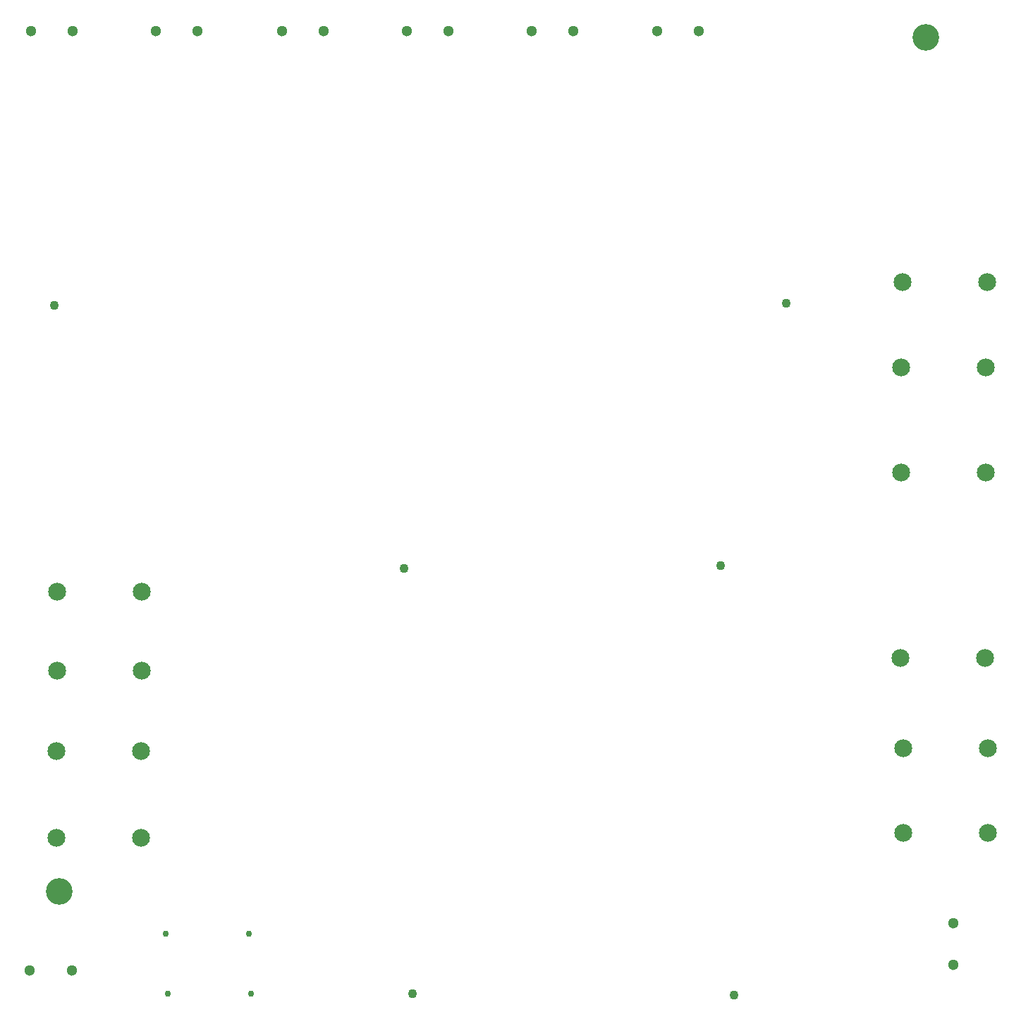
<source format=gbr>
%TF.GenerationSoftware,Altium Limited,Altium Designer,24.10.1 (45)*%
G04 Layer_Color=0*
%FSLAX45Y45*%
%MOMM*%
%TF.SameCoordinates,FE7F3FAC-07A9-46B7-8817-9A63D08EFC34*%
%TF.FilePolarity,Positive*%
%TF.FileFunction,Plated,1,2,PTH,Drill*%
%TF.Part,Single*%
G01*
G75*
%TA.AperFunction,OtherDrill,Pad Free-3 (10.033mm,17.145mm)*%
%ADD33C,3.19999*%
%TA.AperFunction,OtherDrill,Pad Free-2 (114.046mm,119.634mm)*%
%ADD34C,3.19999*%
%TA.AperFunction,ComponentDrill*%
%ADD35C,1.30000*%
%ADD36C,1.10000*%
%ADD37C,1.10000*%
%ADD38C,1.30000*%
%ADD39C,2.15000*%
%ADD40C,0.75000*%
D33*
X1003300Y1714500D02*
D03*
D34*
X11404600Y11963400D02*
D03*
D35*
X1164400Y12039600D02*
D03*
X664400D02*
D03*
X7171500D02*
D03*
X6671500D02*
D03*
X8682800D02*
D03*
X8182800D02*
D03*
X2663000D02*
D03*
X2163001D02*
D03*
X4174300D02*
D03*
X3674300D02*
D03*
X5672899D02*
D03*
X5172901D02*
D03*
D36*
X9728200Y8775700D02*
D03*
X5245100Y482600D02*
D03*
X5143500Y5588000D02*
D03*
X9105900Y469900D02*
D03*
X8940800Y5626100D02*
D03*
D37*
X939800Y8750300D02*
D03*
D38*
X1155700Y762000D02*
D03*
X647700D02*
D03*
X11734800Y833501D02*
D03*
Y1333500D02*
D03*
D39*
X1981200Y2353600D02*
D03*
X965200D02*
D03*
X1993900Y4360200D02*
D03*
X977900D02*
D03*
X1993900Y5312700D02*
D03*
X977900D02*
D03*
X965200Y3399500D02*
D03*
X1981200D02*
D03*
X11137900Y2413000D02*
D03*
X12153900D02*
D03*
Y3429000D02*
D03*
X11137900D02*
D03*
X12115800Y4512600D02*
D03*
X11099800D02*
D03*
X12128500Y6743700D02*
D03*
X11112500D02*
D03*
Y8001000D02*
D03*
X12128500D02*
D03*
X12141200Y9029700D02*
D03*
X11125200D02*
D03*
D40*
X3306700Y482600D02*
D03*
X2306700D02*
D03*
X3281300Y1206500D02*
D03*
X2281300D02*
D03*
%TF.MD5,f7da7a3abfde218781105f19a4ed6648*%
M02*

</source>
